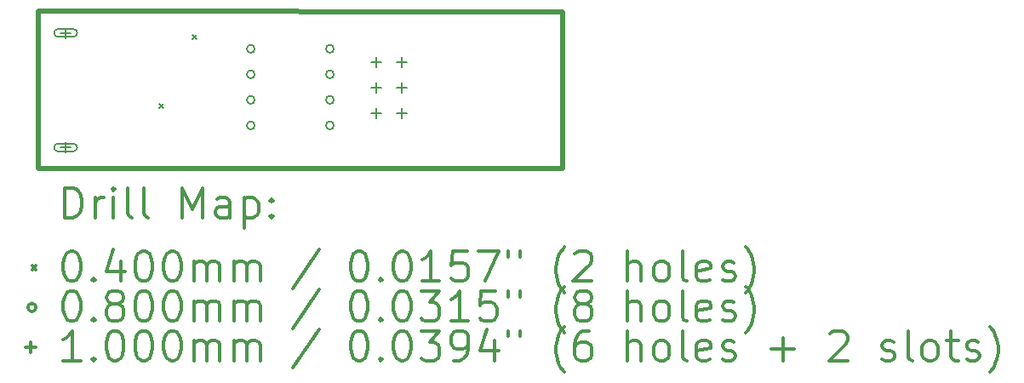
<source format=gbr>
%FSLAX45Y45*%
G04 Gerber Fmt 4.5, Leading zero omitted, Abs format (unit mm)*
G04 Created by KiCad (PCBNEW (5.1.10)-1) date 2022-01-25 20:11:52*
%MOMM*%
%LPD*%
G01*
G04 APERTURE LIST*
%TA.AperFunction,Profile*%
%ADD10C,0.500000*%
%TD*%
%ADD11C,0.200000*%
%ADD12C,0.300000*%
G04 APERTURE END LIST*
D10*
X16530000Y-9690000D02*
X16530000Y-8130000D01*
X11320000Y-9690000D02*
X16530000Y-9690000D01*
X11320000Y-9510000D02*
X11320000Y-9690000D01*
X11320000Y-8285000D02*
X11320000Y-9510000D01*
X11320000Y-8125000D02*
X16530000Y-8130000D01*
X11320000Y-8285000D02*
X11320000Y-8125000D01*
D11*
X12520000Y-9045000D02*
X12560000Y-9085000D01*
X12560000Y-9045000D02*
X12520000Y-9085000D01*
X12850000Y-8360000D02*
X12890000Y-8400000D01*
X12890000Y-8360000D02*
X12850000Y-8400000D01*
X13471500Y-8499000D02*
G75*
G03*
X13471500Y-8499000I-40000J0D01*
G01*
X13471500Y-8753000D02*
G75*
G03*
X13471500Y-8753000I-40000J0D01*
G01*
X13471500Y-9007000D02*
G75*
G03*
X13471500Y-9007000I-40000J0D01*
G01*
X13471500Y-9261000D02*
G75*
G03*
X13471500Y-9261000I-40000J0D01*
G01*
X14258500Y-8499000D02*
G75*
G03*
X14258500Y-8499000I-40000J0D01*
G01*
X14258500Y-8753000D02*
G75*
G03*
X14258500Y-8753000I-40000J0D01*
G01*
X14258500Y-9007000D02*
G75*
G03*
X14258500Y-9007000I-40000J0D01*
G01*
X14258500Y-9261000D02*
G75*
G03*
X14258500Y-9261000I-40000J0D01*
G01*
X11590000Y-8290000D02*
X11590000Y-8390000D01*
X11540000Y-8340000D02*
X11640000Y-8340000D01*
X11665000Y-8300000D02*
X11515000Y-8300000D01*
X11665000Y-8380000D02*
X11515000Y-8380000D01*
X11515000Y-8300000D02*
G75*
G03*
X11515000Y-8380000I0J-40000D01*
G01*
X11665000Y-8380000D02*
G75*
G03*
X11665000Y-8300000I0J40000D01*
G01*
X11590000Y-9430000D02*
X11590000Y-9530000D01*
X11540000Y-9480000D02*
X11640000Y-9480000D01*
X11665000Y-9440000D02*
X11515000Y-9440000D01*
X11665000Y-9520000D02*
X11515000Y-9520000D01*
X11515000Y-9440000D02*
G75*
G03*
X11515000Y-9520000I0J-40000D01*
G01*
X11665000Y-9520000D02*
G75*
G03*
X11665000Y-9440000I0J40000D01*
G01*
X14680000Y-8580000D02*
X14680000Y-8680000D01*
X14630000Y-8630000D02*
X14730000Y-8630000D01*
X14680000Y-8834000D02*
X14680000Y-8934000D01*
X14630000Y-8884000D02*
X14730000Y-8884000D01*
X14680000Y-9088000D02*
X14680000Y-9188000D01*
X14630000Y-9138000D02*
X14730000Y-9138000D01*
X14934000Y-8580000D02*
X14934000Y-8680000D01*
X14884000Y-8630000D02*
X14984000Y-8630000D01*
X14934000Y-8834000D02*
X14934000Y-8934000D01*
X14884000Y-8884000D02*
X14984000Y-8884000D01*
X14934000Y-9088000D02*
X14934000Y-9188000D01*
X14884000Y-9138000D02*
X14984000Y-9138000D01*
D12*
X11581428Y-10180714D02*
X11581428Y-9880714D01*
X11652857Y-9880714D01*
X11695714Y-9895000D01*
X11724286Y-9923572D01*
X11738571Y-9952143D01*
X11752857Y-10009286D01*
X11752857Y-10052143D01*
X11738571Y-10109286D01*
X11724286Y-10137857D01*
X11695714Y-10166429D01*
X11652857Y-10180714D01*
X11581428Y-10180714D01*
X11881428Y-10180714D02*
X11881428Y-9980714D01*
X11881428Y-10037857D02*
X11895714Y-10009286D01*
X11910000Y-9995000D01*
X11938571Y-9980714D01*
X11967143Y-9980714D01*
X12067143Y-10180714D02*
X12067143Y-9980714D01*
X12067143Y-9880714D02*
X12052857Y-9895000D01*
X12067143Y-9909286D01*
X12081428Y-9895000D01*
X12067143Y-9880714D01*
X12067143Y-9909286D01*
X12252857Y-10180714D02*
X12224286Y-10166429D01*
X12210000Y-10137857D01*
X12210000Y-9880714D01*
X12410000Y-10180714D02*
X12381428Y-10166429D01*
X12367143Y-10137857D01*
X12367143Y-9880714D01*
X12752857Y-10180714D02*
X12752857Y-9880714D01*
X12852857Y-10095000D01*
X12952857Y-9880714D01*
X12952857Y-10180714D01*
X13224286Y-10180714D02*
X13224286Y-10023572D01*
X13210000Y-9995000D01*
X13181428Y-9980714D01*
X13124286Y-9980714D01*
X13095714Y-9995000D01*
X13224286Y-10166429D02*
X13195714Y-10180714D01*
X13124286Y-10180714D01*
X13095714Y-10166429D01*
X13081428Y-10137857D01*
X13081428Y-10109286D01*
X13095714Y-10080714D01*
X13124286Y-10066429D01*
X13195714Y-10066429D01*
X13224286Y-10052143D01*
X13367143Y-9980714D02*
X13367143Y-10280714D01*
X13367143Y-9995000D02*
X13395714Y-9980714D01*
X13452857Y-9980714D01*
X13481428Y-9995000D01*
X13495714Y-10009286D01*
X13510000Y-10037857D01*
X13510000Y-10123572D01*
X13495714Y-10152143D01*
X13481428Y-10166429D01*
X13452857Y-10180714D01*
X13395714Y-10180714D01*
X13367143Y-10166429D01*
X13638571Y-10152143D02*
X13652857Y-10166429D01*
X13638571Y-10180714D01*
X13624286Y-10166429D01*
X13638571Y-10152143D01*
X13638571Y-10180714D01*
X13638571Y-9995000D02*
X13652857Y-10009286D01*
X13638571Y-10023572D01*
X13624286Y-10009286D01*
X13638571Y-9995000D01*
X13638571Y-10023572D01*
X11255000Y-10655000D02*
X11295000Y-10695000D01*
X11295000Y-10655000D02*
X11255000Y-10695000D01*
X11638571Y-10510714D02*
X11667143Y-10510714D01*
X11695714Y-10525000D01*
X11710000Y-10539286D01*
X11724286Y-10567857D01*
X11738571Y-10625000D01*
X11738571Y-10696429D01*
X11724286Y-10753572D01*
X11710000Y-10782143D01*
X11695714Y-10796429D01*
X11667143Y-10810714D01*
X11638571Y-10810714D01*
X11610000Y-10796429D01*
X11595714Y-10782143D01*
X11581428Y-10753572D01*
X11567143Y-10696429D01*
X11567143Y-10625000D01*
X11581428Y-10567857D01*
X11595714Y-10539286D01*
X11610000Y-10525000D01*
X11638571Y-10510714D01*
X11867143Y-10782143D02*
X11881428Y-10796429D01*
X11867143Y-10810714D01*
X11852857Y-10796429D01*
X11867143Y-10782143D01*
X11867143Y-10810714D01*
X12138571Y-10610714D02*
X12138571Y-10810714D01*
X12067143Y-10496429D02*
X11995714Y-10710714D01*
X12181428Y-10710714D01*
X12352857Y-10510714D02*
X12381428Y-10510714D01*
X12410000Y-10525000D01*
X12424286Y-10539286D01*
X12438571Y-10567857D01*
X12452857Y-10625000D01*
X12452857Y-10696429D01*
X12438571Y-10753572D01*
X12424286Y-10782143D01*
X12410000Y-10796429D01*
X12381428Y-10810714D01*
X12352857Y-10810714D01*
X12324286Y-10796429D01*
X12310000Y-10782143D01*
X12295714Y-10753572D01*
X12281428Y-10696429D01*
X12281428Y-10625000D01*
X12295714Y-10567857D01*
X12310000Y-10539286D01*
X12324286Y-10525000D01*
X12352857Y-10510714D01*
X12638571Y-10510714D02*
X12667143Y-10510714D01*
X12695714Y-10525000D01*
X12710000Y-10539286D01*
X12724286Y-10567857D01*
X12738571Y-10625000D01*
X12738571Y-10696429D01*
X12724286Y-10753572D01*
X12710000Y-10782143D01*
X12695714Y-10796429D01*
X12667143Y-10810714D01*
X12638571Y-10810714D01*
X12610000Y-10796429D01*
X12595714Y-10782143D01*
X12581428Y-10753572D01*
X12567143Y-10696429D01*
X12567143Y-10625000D01*
X12581428Y-10567857D01*
X12595714Y-10539286D01*
X12610000Y-10525000D01*
X12638571Y-10510714D01*
X12867143Y-10810714D02*
X12867143Y-10610714D01*
X12867143Y-10639286D02*
X12881428Y-10625000D01*
X12910000Y-10610714D01*
X12952857Y-10610714D01*
X12981428Y-10625000D01*
X12995714Y-10653572D01*
X12995714Y-10810714D01*
X12995714Y-10653572D02*
X13010000Y-10625000D01*
X13038571Y-10610714D01*
X13081428Y-10610714D01*
X13110000Y-10625000D01*
X13124286Y-10653572D01*
X13124286Y-10810714D01*
X13267143Y-10810714D02*
X13267143Y-10610714D01*
X13267143Y-10639286D02*
X13281428Y-10625000D01*
X13310000Y-10610714D01*
X13352857Y-10610714D01*
X13381428Y-10625000D01*
X13395714Y-10653572D01*
X13395714Y-10810714D01*
X13395714Y-10653572D02*
X13410000Y-10625000D01*
X13438571Y-10610714D01*
X13481428Y-10610714D01*
X13510000Y-10625000D01*
X13524286Y-10653572D01*
X13524286Y-10810714D01*
X14110000Y-10496429D02*
X13852857Y-10882143D01*
X14495714Y-10510714D02*
X14524286Y-10510714D01*
X14552857Y-10525000D01*
X14567143Y-10539286D01*
X14581428Y-10567857D01*
X14595714Y-10625000D01*
X14595714Y-10696429D01*
X14581428Y-10753572D01*
X14567143Y-10782143D01*
X14552857Y-10796429D01*
X14524286Y-10810714D01*
X14495714Y-10810714D01*
X14467143Y-10796429D01*
X14452857Y-10782143D01*
X14438571Y-10753572D01*
X14424286Y-10696429D01*
X14424286Y-10625000D01*
X14438571Y-10567857D01*
X14452857Y-10539286D01*
X14467143Y-10525000D01*
X14495714Y-10510714D01*
X14724286Y-10782143D02*
X14738571Y-10796429D01*
X14724286Y-10810714D01*
X14710000Y-10796429D01*
X14724286Y-10782143D01*
X14724286Y-10810714D01*
X14924286Y-10510714D02*
X14952857Y-10510714D01*
X14981428Y-10525000D01*
X14995714Y-10539286D01*
X15010000Y-10567857D01*
X15024286Y-10625000D01*
X15024286Y-10696429D01*
X15010000Y-10753572D01*
X14995714Y-10782143D01*
X14981428Y-10796429D01*
X14952857Y-10810714D01*
X14924286Y-10810714D01*
X14895714Y-10796429D01*
X14881428Y-10782143D01*
X14867143Y-10753572D01*
X14852857Y-10696429D01*
X14852857Y-10625000D01*
X14867143Y-10567857D01*
X14881428Y-10539286D01*
X14895714Y-10525000D01*
X14924286Y-10510714D01*
X15310000Y-10810714D02*
X15138571Y-10810714D01*
X15224286Y-10810714D02*
X15224286Y-10510714D01*
X15195714Y-10553572D01*
X15167143Y-10582143D01*
X15138571Y-10596429D01*
X15581428Y-10510714D02*
X15438571Y-10510714D01*
X15424286Y-10653572D01*
X15438571Y-10639286D01*
X15467143Y-10625000D01*
X15538571Y-10625000D01*
X15567143Y-10639286D01*
X15581428Y-10653572D01*
X15595714Y-10682143D01*
X15595714Y-10753572D01*
X15581428Y-10782143D01*
X15567143Y-10796429D01*
X15538571Y-10810714D01*
X15467143Y-10810714D01*
X15438571Y-10796429D01*
X15424286Y-10782143D01*
X15695714Y-10510714D02*
X15895714Y-10510714D01*
X15767143Y-10810714D01*
X15995714Y-10510714D02*
X15995714Y-10567857D01*
X16110000Y-10510714D02*
X16110000Y-10567857D01*
X16552857Y-10925000D02*
X16538571Y-10910714D01*
X16510000Y-10867857D01*
X16495714Y-10839286D01*
X16481428Y-10796429D01*
X16467143Y-10725000D01*
X16467143Y-10667857D01*
X16481428Y-10596429D01*
X16495714Y-10553572D01*
X16510000Y-10525000D01*
X16538571Y-10482143D01*
X16552857Y-10467857D01*
X16652857Y-10539286D02*
X16667143Y-10525000D01*
X16695714Y-10510714D01*
X16767143Y-10510714D01*
X16795714Y-10525000D01*
X16810000Y-10539286D01*
X16824286Y-10567857D01*
X16824286Y-10596429D01*
X16810000Y-10639286D01*
X16638571Y-10810714D01*
X16824286Y-10810714D01*
X17181428Y-10810714D02*
X17181428Y-10510714D01*
X17310000Y-10810714D02*
X17310000Y-10653572D01*
X17295714Y-10625000D01*
X17267143Y-10610714D01*
X17224286Y-10610714D01*
X17195714Y-10625000D01*
X17181428Y-10639286D01*
X17495714Y-10810714D02*
X17467143Y-10796429D01*
X17452857Y-10782143D01*
X17438571Y-10753572D01*
X17438571Y-10667857D01*
X17452857Y-10639286D01*
X17467143Y-10625000D01*
X17495714Y-10610714D01*
X17538571Y-10610714D01*
X17567143Y-10625000D01*
X17581428Y-10639286D01*
X17595714Y-10667857D01*
X17595714Y-10753572D01*
X17581428Y-10782143D01*
X17567143Y-10796429D01*
X17538571Y-10810714D01*
X17495714Y-10810714D01*
X17767143Y-10810714D02*
X17738571Y-10796429D01*
X17724286Y-10767857D01*
X17724286Y-10510714D01*
X17995714Y-10796429D02*
X17967143Y-10810714D01*
X17910000Y-10810714D01*
X17881428Y-10796429D01*
X17867143Y-10767857D01*
X17867143Y-10653572D01*
X17881428Y-10625000D01*
X17910000Y-10610714D01*
X17967143Y-10610714D01*
X17995714Y-10625000D01*
X18010000Y-10653572D01*
X18010000Y-10682143D01*
X17867143Y-10710714D01*
X18124286Y-10796429D02*
X18152857Y-10810714D01*
X18210000Y-10810714D01*
X18238571Y-10796429D01*
X18252857Y-10767857D01*
X18252857Y-10753572D01*
X18238571Y-10725000D01*
X18210000Y-10710714D01*
X18167143Y-10710714D01*
X18138571Y-10696429D01*
X18124286Y-10667857D01*
X18124286Y-10653572D01*
X18138571Y-10625000D01*
X18167143Y-10610714D01*
X18210000Y-10610714D01*
X18238571Y-10625000D01*
X18352857Y-10925000D02*
X18367143Y-10910714D01*
X18395714Y-10867857D01*
X18410000Y-10839286D01*
X18424286Y-10796429D01*
X18438571Y-10725000D01*
X18438571Y-10667857D01*
X18424286Y-10596429D01*
X18410000Y-10553572D01*
X18395714Y-10525000D01*
X18367143Y-10482143D01*
X18352857Y-10467857D01*
X11295000Y-11071000D02*
G75*
G03*
X11295000Y-11071000I-40000J0D01*
G01*
X11638571Y-10906714D02*
X11667143Y-10906714D01*
X11695714Y-10921000D01*
X11710000Y-10935286D01*
X11724286Y-10963857D01*
X11738571Y-11021000D01*
X11738571Y-11092429D01*
X11724286Y-11149572D01*
X11710000Y-11178143D01*
X11695714Y-11192429D01*
X11667143Y-11206714D01*
X11638571Y-11206714D01*
X11610000Y-11192429D01*
X11595714Y-11178143D01*
X11581428Y-11149572D01*
X11567143Y-11092429D01*
X11567143Y-11021000D01*
X11581428Y-10963857D01*
X11595714Y-10935286D01*
X11610000Y-10921000D01*
X11638571Y-10906714D01*
X11867143Y-11178143D02*
X11881428Y-11192429D01*
X11867143Y-11206714D01*
X11852857Y-11192429D01*
X11867143Y-11178143D01*
X11867143Y-11206714D01*
X12052857Y-11035286D02*
X12024286Y-11021000D01*
X12010000Y-11006714D01*
X11995714Y-10978143D01*
X11995714Y-10963857D01*
X12010000Y-10935286D01*
X12024286Y-10921000D01*
X12052857Y-10906714D01*
X12110000Y-10906714D01*
X12138571Y-10921000D01*
X12152857Y-10935286D01*
X12167143Y-10963857D01*
X12167143Y-10978143D01*
X12152857Y-11006714D01*
X12138571Y-11021000D01*
X12110000Y-11035286D01*
X12052857Y-11035286D01*
X12024286Y-11049572D01*
X12010000Y-11063857D01*
X11995714Y-11092429D01*
X11995714Y-11149572D01*
X12010000Y-11178143D01*
X12024286Y-11192429D01*
X12052857Y-11206714D01*
X12110000Y-11206714D01*
X12138571Y-11192429D01*
X12152857Y-11178143D01*
X12167143Y-11149572D01*
X12167143Y-11092429D01*
X12152857Y-11063857D01*
X12138571Y-11049572D01*
X12110000Y-11035286D01*
X12352857Y-10906714D02*
X12381428Y-10906714D01*
X12410000Y-10921000D01*
X12424286Y-10935286D01*
X12438571Y-10963857D01*
X12452857Y-11021000D01*
X12452857Y-11092429D01*
X12438571Y-11149572D01*
X12424286Y-11178143D01*
X12410000Y-11192429D01*
X12381428Y-11206714D01*
X12352857Y-11206714D01*
X12324286Y-11192429D01*
X12310000Y-11178143D01*
X12295714Y-11149572D01*
X12281428Y-11092429D01*
X12281428Y-11021000D01*
X12295714Y-10963857D01*
X12310000Y-10935286D01*
X12324286Y-10921000D01*
X12352857Y-10906714D01*
X12638571Y-10906714D02*
X12667143Y-10906714D01*
X12695714Y-10921000D01*
X12710000Y-10935286D01*
X12724286Y-10963857D01*
X12738571Y-11021000D01*
X12738571Y-11092429D01*
X12724286Y-11149572D01*
X12710000Y-11178143D01*
X12695714Y-11192429D01*
X12667143Y-11206714D01*
X12638571Y-11206714D01*
X12610000Y-11192429D01*
X12595714Y-11178143D01*
X12581428Y-11149572D01*
X12567143Y-11092429D01*
X12567143Y-11021000D01*
X12581428Y-10963857D01*
X12595714Y-10935286D01*
X12610000Y-10921000D01*
X12638571Y-10906714D01*
X12867143Y-11206714D02*
X12867143Y-11006714D01*
X12867143Y-11035286D02*
X12881428Y-11021000D01*
X12910000Y-11006714D01*
X12952857Y-11006714D01*
X12981428Y-11021000D01*
X12995714Y-11049572D01*
X12995714Y-11206714D01*
X12995714Y-11049572D02*
X13010000Y-11021000D01*
X13038571Y-11006714D01*
X13081428Y-11006714D01*
X13110000Y-11021000D01*
X13124286Y-11049572D01*
X13124286Y-11206714D01*
X13267143Y-11206714D02*
X13267143Y-11006714D01*
X13267143Y-11035286D02*
X13281428Y-11021000D01*
X13310000Y-11006714D01*
X13352857Y-11006714D01*
X13381428Y-11021000D01*
X13395714Y-11049572D01*
X13395714Y-11206714D01*
X13395714Y-11049572D02*
X13410000Y-11021000D01*
X13438571Y-11006714D01*
X13481428Y-11006714D01*
X13510000Y-11021000D01*
X13524286Y-11049572D01*
X13524286Y-11206714D01*
X14110000Y-10892429D02*
X13852857Y-11278143D01*
X14495714Y-10906714D02*
X14524286Y-10906714D01*
X14552857Y-10921000D01*
X14567143Y-10935286D01*
X14581428Y-10963857D01*
X14595714Y-11021000D01*
X14595714Y-11092429D01*
X14581428Y-11149572D01*
X14567143Y-11178143D01*
X14552857Y-11192429D01*
X14524286Y-11206714D01*
X14495714Y-11206714D01*
X14467143Y-11192429D01*
X14452857Y-11178143D01*
X14438571Y-11149572D01*
X14424286Y-11092429D01*
X14424286Y-11021000D01*
X14438571Y-10963857D01*
X14452857Y-10935286D01*
X14467143Y-10921000D01*
X14495714Y-10906714D01*
X14724286Y-11178143D02*
X14738571Y-11192429D01*
X14724286Y-11206714D01*
X14710000Y-11192429D01*
X14724286Y-11178143D01*
X14724286Y-11206714D01*
X14924286Y-10906714D02*
X14952857Y-10906714D01*
X14981428Y-10921000D01*
X14995714Y-10935286D01*
X15010000Y-10963857D01*
X15024286Y-11021000D01*
X15024286Y-11092429D01*
X15010000Y-11149572D01*
X14995714Y-11178143D01*
X14981428Y-11192429D01*
X14952857Y-11206714D01*
X14924286Y-11206714D01*
X14895714Y-11192429D01*
X14881428Y-11178143D01*
X14867143Y-11149572D01*
X14852857Y-11092429D01*
X14852857Y-11021000D01*
X14867143Y-10963857D01*
X14881428Y-10935286D01*
X14895714Y-10921000D01*
X14924286Y-10906714D01*
X15124286Y-10906714D02*
X15310000Y-10906714D01*
X15210000Y-11021000D01*
X15252857Y-11021000D01*
X15281428Y-11035286D01*
X15295714Y-11049572D01*
X15310000Y-11078143D01*
X15310000Y-11149572D01*
X15295714Y-11178143D01*
X15281428Y-11192429D01*
X15252857Y-11206714D01*
X15167143Y-11206714D01*
X15138571Y-11192429D01*
X15124286Y-11178143D01*
X15595714Y-11206714D02*
X15424286Y-11206714D01*
X15510000Y-11206714D02*
X15510000Y-10906714D01*
X15481428Y-10949572D01*
X15452857Y-10978143D01*
X15424286Y-10992429D01*
X15867143Y-10906714D02*
X15724286Y-10906714D01*
X15710000Y-11049572D01*
X15724286Y-11035286D01*
X15752857Y-11021000D01*
X15824286Y-11021000D01*
X15852857Y-11035286D01*
X15867143Y-11049572D01*
X15881428Y-11078143D01*
X15881428Y-11149572D01*
X15867143Y-11178143D01*
X15852857Y-11192429D01*
X15824286Y-11206714D01*
X15752857Y-11206714D01*
X15724286Y-11192429D01*
X15710000Y-11178143D01*
X15995714Y-10906714D02*
X15995714Y-10963857D01*
X16110000Y-10906714D02*
X16110000Y-10963857D01*
X16552857Y-11321000D02*
X16538571Y-11306714D01*
X16510000Y-11263857D01*
X16495714Y-11235286D01*
X16481428Y-11192429D01*
X16467143Y-11121000D01*
X16467143Y-11063857D01*
X16481428Y-10992429D01*
X16495714Y-10949572D01*
X16510000Y-10921000D01*
X16538571Y-10878143D01*
X16552857Y-10863857D01*
X16710000Y-11035286D02*
X16681428Y-11021000D01*
X16667143Y-11006714D01*
X16652857Y-10978143D01*
X16652857Y-10963857D01*
X16667143Y-10935286D01*
X16681428Y-10921000D01*
X16710000Y-10906714D01*
X16767143Y-10906714D01*
X16795714Y-10921000D01*
X16810000Y-10935286D01*
X16824286Y-10963857D01*
X16824286Y-10978143D01*
X16810000Y-11006714D01*
X16795714Y-11021000D01*
X16767143Y-11035286D01*
X16710000Y-11035286D01*
X16681428Y-11049572D01*
X16667143Y-11063857D01*
X16652857Y-11092429D01*
X16652857Y-11149572D01*
X16667143Y-11178143D01*
X16681428Y-11192429D01*
X16710000Y-11206714D01*
X16767143Y-11206714D01*
X16795714Y-11192429D01*
X16810000Y-11178143D01*
X16824286Y-11149572D01*
X16824286Y-11092429D01*
X16810000Y-11063857D01*
X16795714Y-11049572D01*
X16767143Y-11035286D01*
X17181428Y-11206714D02*
X17181428Y-10906714D01*
X17310000Y-11206714D02*
X17310000Y-11049572D01*
X17295714Y-11021000D01*
X17267143Y-11006714D01*
X17224286Y-11006714D01*
X17195714Y-11021000D01*
X17181428Y-11035286D01*
X17495714Y-11206714D02*
X17467143Y-11192429D01*
X17452857Y-11178143D01*
X17438571Y-11149572D01*
X17438571Y-11063857D01*
X17452857Y-11035286D01*
X17467143Y-11021000D01*
X17495714Y-11006714D01*
X17538571Y-11006714D01*
X17567143Y-11021000D01*
X17581428Y-11035286D01*
X17595714Y-11063857D01*
X17595714Y-11149572D01*
X17581428Y-11178143D01*
X17567143Y-11192429D01*
X17538571Y-11206714D01*
X17495714Y-11206714D01*
X17767143Y-11206714D02*
X17738571Y-11192429D01*
X17724286Y-11163857D01*
X17724286Y-10906714D01*
X17995714Y-11192429D02*
X17967143Y-11206714D01*
X17910000Y-11206714D01*
X17881428Y-11192429D01*
X17867143Y-11163857D01*
X17867143Y-11049572D01*
X17881428Y-11021000D01*
X17910000Y-11006714D01*
X17967143Y-11006714D01*
X17995714Y-11021000D01*
X18010000Y-11049572D01*
X18010000Y-11078143D01*
X17867143Y-11106714D01*
X18124286Y-11192429D02*
X18152857Y-11206714D01*
X18210000Y-11206714D01*
X18238571Y-11192429D01*
X18252857Y-11163857D01*
X18252857Y-11149572D01*
X18238571Y-11121000D01*
X18210000Y-11106714D01*
X18167143Y-11106714D01*
X18138571Y-11092429D01*
X18124286Y-11063857D01*
X18124286Y-11049572D01*
X18138571Y-11021000D01*
X18167143Y-11006714D01*
X18210000Y-11006714D01*
X18238571Y-11021000D01*
X18352857Y-11321000D02*
X18367143Y-11306714D01*
X18395714Y-11263857D01*
X18410000Y-11235286D01*
X18424286Y-11192429D01*
X18438571Y-11121000D01*
X18438571Y-11063857D01*
X18424286Y-10992429D01*
X18410000Y-10949572D01*
X18395714Y-10921000D01*
X18367143Y-10878143D01*
X18352857Y-10863857D01*
X11245000Y-11417000D02*
X11245000Y-11517000D01*
X11195000Y-11467000D02*
X11295000Y-11467000D01*
X11738571Y-11602714D02*
X11567143Y-11602714D01*
X11652857Y-11602714D02*
X11652857Y-11302714D01*
X11624286Y-11345571D01*
X11595714Y-11374143D01*
X11567143Y-11388429D01*
X11867143Y-11574143D02*
X11881428Y-11588429D01*
X11867143Y-11602714D01*
X11852857Y-11588429D01*
X11867143Y-11574143D01*
X11867143Y-11602714D01*
X12067143Y-11302714D02*
X12095714Y-11302714D01*
X12124286Y-11317000D01*
X12138571Y-11331286D01*
X12152857Y-11359857D01*
X12167143Y-11417000D01*
X12167143Y-11488429D01*
X12152857Y-11545571D01*
X12138571Y-11574143D01*
X12124286Y-11588429D01*
X12095714Y-11602714D01*
X12067143Y-11602714D01*
X12038571Y-11588429D01*
X12024286Y-11574143D01*
X12010000Y-11545571D01*
X11995714Y-11488429D01*
X11995714Y-11417000D01*
X12010000Y-11359857D01*
X12024286Y-11331286D01*
X12038571Y-11317000D01*
X12067143Y-11302714D01*
X12352857Y-11302714D02*
X12381428Y-11302714D01*
X12410000Y-11317000D01*
X12424286Y-11331286D01*
X12438571Y-11359857D01*
X12452857Y-11417000D01*
X12452857Y-11488429D01*
X12438571Y-11545571D01*
X12424286Y-11574143D01*
X12410000Y-11588429D01*
X12381428Y-11602714D01*
X12352857Y-11602714D01*
X12324286Y-11588429D01*
X12310000Y-11574143D01*
X12295714Y-11545571D01*
X12281428Y-11488429D01*
X12281428Y-11417000D01*
X12295714Y-11359857D01*
X12310000Y-11331286D01*
X12324286Y-11317000D01*
X12352857Y-11302714D01*
X12638571Y-11302714D02*
X12667143Y-11302714D01*
X12695714Y-11317000D01*
X12710000Y-11331286D01*
X12724286Y-11359857D01*
X12738571Y-11417000D01*
X12738571Y-11488429D01*
X12724286Y-11545571D01*
X12710000Y-11574143D01*
X12695714Y-11588429D01*
X12667143Y-11602714D01*
X12638571Y-11602714D01*
X12610000Y-11588429D01*
X12595714Y-11574143D01*
X12581428Y-11545571D01*
X12567143Y-11488429D01*
X12567143Y-11417000D01*
X12581428Y-11359857D01*
X12595714Y-11331286D01*
X12610000Y-11317000D01*
X12638571Y-11302714D01*
X12867143Y-11602714D02*
X12867143Y-11402714D01*
X12867143Y-11431286D02*
X12881428Y-11417000D01*
X12910000Y-11402714D01*
X12952857Y-11402714D01*
X12981428Y-11417000D01*
X12995714Y-11445571D01*
X12995714Y-11602714D01*
X12995714Y-11445571D02*
X13010000Y-11417000D01*
X13038571Y-11402714D01*
X13081428Y-11402714D01*
X13110000Y-11417000D01*
X13124286Y-11445571D01*
X13124286Y-11602714D01*
X13267143Y-11602714D02*
X13267143Y-11402714D01*
X13267143Y-11431286D02*
X13281428Y-11417000D01*
X13310000Y-11402714D01*
X13352857Y-11402714D01*
X13381428Y-11417000D01*
X13395714Y-11445571D01*
X13395714Y-11602714D01*
X13395714Y-11445571D02*
X13410000Y-11417000D01*
X13438571Y-11402714D01*
X13481428Y-11402714D01*
X13510000Y-11417000D01*
X13524286Y-11445571D01*
X13524286Y-11602714D01*
X14110000Y-11288429D02*
X13852857Y-11674143D01*
X14495714Y-11302714D02*
X14524286Y-11302714D01*
X14552857Y-11317000D01*
X14567143Y-11331286D01*
X14581428Y-11359857D01*
X14595714Y-11417000D01*
X14595714Y-11488429D01*
X14581428Y-11545571D01*
X14567143Y-11574143D01*
X14552857Y-11588429D01*
X14524286Y-11602714D01*
X14495714Y-11602714D01*
X14467143Y-11588429D01*
X14452857Y-11574143D01*
X14438571Y-11545571D01*
X14424286Y-11488429D01*
X14424286Y-11417000D01*
X14438571Y-11359857D01*
X14452857Y-11331286D01*
X14467143Y-11317000D01*
X14495714Y-11302714D01*
X14724286Y-11574143D02*
X14738571Y-11588429D01*
X14724286Y-11602714D01*
X14710000Y-11588429D01*
X14724286Y-11574143D01*
X14724286Y-11602714D01*
X14924286Y-11302714D02*
X14952857Y-11302714D01*
X14981428Y-11317000D01*
X14995714Y-11331286D01*
X15010000Y-11359857D01*
X15024286Y-11417000D01*
X15024286Y-11488429D01*
X15010000Y-11545571D01*
X14995714Y-11574143D01*
X14981428Y-11588429D01*
X14952857Y-11602714D01*
X14924286Y-11602714D01*
X14895714Y-11588429D01*
X14881428Y-11574143D01*
X14867143Y-11545571D01*
X14852857Y-11488429D01*
X14852857Y-11417000D01*
X14867143Y-11359857D01*
X14881428Y-11331286D01*
X14895714Y-11317000D01*
X14924286Y-11302714D01*
X15124286Y-11302714D02*
X15310000Y-11302714D01*
X15210000Y-11417000D01*
X15252857Y-11417000D01*
X15281428Y-11431286D01*
X15295714Y-11445571D01*
X15310000Y-11474143D01*
X15310000Y-11545571D01*
X15295714Y-11574143D01*
X15281428Y-11588429D01*
X15252857Y-11602714D01*
X15167143Y-11602714D01*
X15138571Y-11588429D01*
X15124286Y-11574143D01*
X15452857Y-11602714D02*
X15510000Y-11602714D01*
X15538571Y-11588429D01*
X15552857Y-11574143D01*
X15581428Y-11531286D01*
X15595714Y-11474143D01*
X15595714Y-11359857D01*
X15581428Y-11331286D01*
X15567143Y-11317000D01*
X15538571Y-11302714D01*
X15481428Y-11302714D01*
X15452857Y-11317000D01*
X15438571Y-11331286D01*
X15424286Y-11359857D01*
X15424286Y-11431286D01*
X15438571Y-11459857D01*
X15452857Y-11474143D01*
X15481428Y-11488429D01*
X15538571Y-11488429D01*
X15567143Y-11474143D01*
X15581428Y-11459857D01*
X15595714Y-11431286D01*
X15852857Y-11402714D02*
X15852857Y-11602714D01*
X15781428Y-11288429D02*
X15710000Y-11502714D01*
X15895714Y-11502714D01*
X15995714Y-11302714D02*
X15995714Y-11359857D01*
X16110000Y-11302714D02*
X16110000Y-11359857D01*
X16552857Y-11717000D02*
X16538571Y-11702714D01*
X16510000Y-11659857D01*
X16495714Y-11631286D01*
X16481428Y-11588429D01*
X16467143Y-11517000D01*
X16467143Y-11459857D01*
X16481428Y-11388429D01*
X16495714Y-11345571D01*
X16510000Y-11317000D01*
X16538571Y-11274143D01*
X16552857Y-11259857D01*
X16795714Y-11302714D02*
X16738571Y-11302714D01*
X16710000Y-11317000D01*
X16695714Y-11331286D01*
X16667143Y-11374143D01*
X16652857Y-11431286D01*
X16652857Y-11545571D01*
X16667143Y-11574143D01*
X16681428Y-11588429D01*
X16710000Y-11602714D01*
X16767143Y-11602714D01*
X16795714Y-11588429D01*
X16810000Y-11574143D01*
X16824286Y-11545571D01*
X16824286Y-11474143D01*
X16810000Y-11445571D01*
X16795714Y-11431286D01*
X16767143Y-11417000D01*
X16710000Y-11417000D01*
X16681428Y-11431286D01*
X16667143Y-11445571D01*
X16652857Y-11474143D01*
X17181428Y-11602714D02*
X17181428Y-11302714D01*
X17310000Y-11602714D02*
X17310000Y-11445571D01*
X17295714Y-11417000D01*
X17267143Y-11402714D01*
X17224286Y-11402714D01*
X17195714Y-11417000D01*
X17181428Y-11431286D01*
X17495714Y-11602714D02*
X17467143Y-11588429D01*
X17452857Y-11574143D01*
X17438571Y-11545571D01*
X17438571Y-11459857D01*
X17452857Y-11431286D01*
X17467143Y-11417000D01*
X17495714Y-11402714D01*
X17538571Y-11402714D01*
X17567143Y-11417000D01*
X17581428Y-11431286D01*
X17595714Y-11459857D01*
X17595714Y-11545571D01*
X17581428Y-11574143D01*
X17567143Y-11588429D01*
X17538571Y-11602714D01*
X17495714Y-11602714D01*
X17767143Y-11602714D02*
X17738571Y-11588429D01*
X17724286Y-11559857D01*
X17724286Y-11302714D01*
X17995714Y-11588429D02*
X17967143Y-11602714D01*
X17910000Y-11602714D01*
X17881428Y-11588429D01*
X17867143Y-11559857D01*
X17867143Y-11445571D01*
X17881428Y-11417000D01*
X17910000Y-11402714D01*
X17967143Y-11402714D01*
X17995714Y-11417000D01*
X18010000Y-11445571D01*
X18010000Y-11474143D01*
X17867143Y-11502714D01*
X18124286Y-11588429D02*
X18152857Y-11602714D01*
X18210000Y-11602714D01*
X18238571Y-11588429D01*
X18252857Y-11559857D01*
X18252857Y-11545571D01*
X18238571Y-11517000D01*
X18210000Y-11502714D01*
X18167143Y-11502714D01*
X18138571Y-11488429D01*
X18124286Y-11459857D01*
X18124286Y-11445571D01*
X18138571Y-11417000D01*
X18167143Y-11402714D01*
X18210000Y-11402714D01*
X18238571Y-11417000D01*
X18610000Y-11488429D02*
X18838571Y-11488429D01*
X18724286Y-11602714D02*
X18724286Y-11374143D01*
X19195714Y-11331286D02*
X19210000Y-11317000D01*
X19238571Y-11302714D01*
X19310000Y-11302714D01*
X19338571Y-11317000D01*
X19352857Y-11331286D01*
X19367143Y-11359857D01*
X19367143Y-11388429D01*
X19352857Y-11431286D01*
X19181428Y-11602714D01*
X19367143Y-11602714D01*
X19710000Y-11588429D02*
X19738571Y-11602714D01*
X19795714Y-11602714D01*
X19824286Y-11588429D01*
X19838571Y-11559857D01*
X19838571Y-11545571D01*
X19824286Y-11517000D01*
X19795714Y-11502714D01*
X19752857Y-11502714D01*
X19724286Y-11488429D01*
X19710000Y-11459857D01*
X19710000Y-11445571D01*
X19724286Y-11417000D01*
X19752857Y-11402714D01*
X19795714Y-11402714D01*
X19824286Y-11417000D01*
X20010000Y-11602714D02*
X19981428Y-11588429D01*
X19967143Y-11559857D01*
X19967143Y-11302714D01*
X20167143Y-11602714D02*
X20138571Y-11588429D01*
X20124286Y-11574143D01*
X20110000Y-11545571D01*
X20110000Y-11459857D01*
X20124286Y-11431286D01*
X20138571Y-11417000D01*
X20167143Y-11402714D01*
X20210000Y-11402714D01*
X20238571Y-11417000D01*
X20252857Y-11431286D01*
X20267143Y-11459857D01*
X20267143Y-11545571D01*
X20252857Y-11574143D01*
X20238571Y-11588429D01*
X20210000Y-11602714D01*
X20167143Y-11602714D01*
X20352857Y-11402714D02*
X20467143Y-11402714D01*
X20395714Y-11302714D02*
X20395714Y-11559857D01*
X20410000Y-11588429D01*
X20438571Y-11602714D01*
X20467143Y-11602714D01*
X20552857Y-11588429D02*
X20581428Y-11602714D01*
X20638571Y-11602714D01*
X20667143Y-11588429D01*
X20681428Y-11559857D01*
X20681428Y-11545571D01*
X20667143Y-11517000D01*
X20638571Y-11502714D01*
X20595714Y-11502714D01*
X20567143Y-11488429D01*
X20552857Y-11459857D01*
X20552857Y-11445571D01*
X20567143Y-11417000D01*
X20595714Y-11402714D01*
X20638571Y-11402714D01*
X20667143Y-11417000D01*
X20781428Y-11717000D02*
X20795714Y-11702714D01*
X20824286Y-11659857D01*
X20838571Y-11631286D01*
X20852857Y-11588429D01*
X20867143Y-11517000D01*
X20867143Y-11459857D01*
X20852857Y-11388429D01*
X20838571Y-11345571D01*
X20824286Y-11317000D01*
X20795714Y-11274143D01*
X20781428Y-11259857D01*
M02*

</source>
